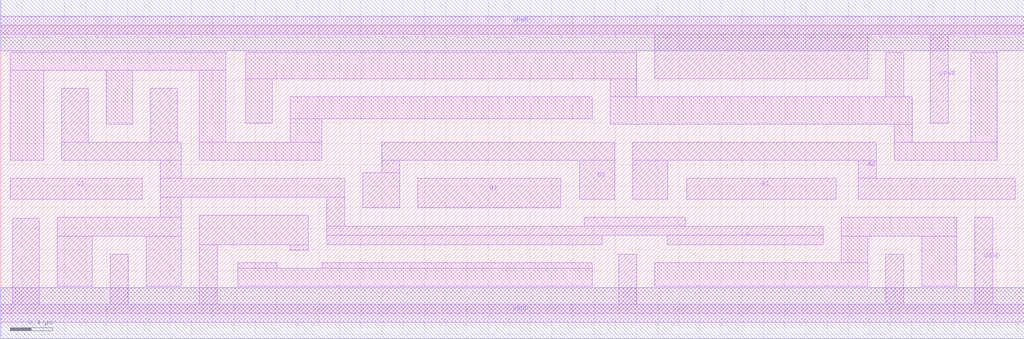
<source format=lef>
# Copyright 2020 The SkyWater PDK Authors
#
# Licensed under the Apache License, Version 2.0 (the "License");
# you may not use this file except in compliance with the License.
# You may obtain a copy of the License at
#
#     https://www.apache.org/licenses/LICENSE-2.0
#
# Unless required by applicable law or agreed to in writing, software
# distributed under the License is distributed on an "AS IS" BASIS,
# WITHOUT WARRANTIES OR CONDITIONS OF ANY KIND, either express or implied.
# See the License for the specific language governing permissions and
# limitations under the License.
#
# SPDX-License-Identifier: Apache-2.0

VERSION 5.5 ;
NAMESCASESENSITIVE ON ;
BUSBITCHARS "[]" ;
DIVIDERCHAR "/" ;
MACRO sky130_fd_sc_hd__a221oi_4
  CLASS CORE ;
  SOURCE USER ;
  ORIGIN  0.000000  0.000000 ;
  SIZE  9.660000 BY  2.720000 ;
  SYMMETRY X Y R90 ;
  SITE unithd ;
  PIN A1
    ANTENNAGATEAREA  0.990000 ;
    DIRECTION INPUT ;
    USE SIGNAL ;
    PORT
      LAYER li1 ;
        RECT 6.475000 1.075000 7.885000 1.275000 ;
    END
  END A1
  PIN A2
    ANTENNAGATEAREA  0.990000 ;
    DIRECTION INPUT ;
    USE SIGNAL ;
    PORT
      LAYER li1 ;
        RECT 5.965000 1.075000 6.295000 1.445000 ;
        RECT 5.965000 1.445000 8.265000 1.615000 ;
        RECT 8.095000 1.075000 9.575000 1.275000 ;
        RECT 8.095000 1.275000 8.265000 1.445000 ;
    END
  END A2
  PIN B1
    ANTENNAGATEAREA  0.990000 ;
    DIRECTION INPUT ;
    USE SIGNAL ;
    PORT
      LAYER li1 ;
        RECT 3.935000 0.995000 5.285000 1.275000 ;
    END
  END B1
  PIN B2
    ANTENNAGATEAREA  0.990000 ;
    DIRECTION INPUT ;
    USE SIGNAL ;
    PORT
      LAYER li1 ;
        RECT 3.415000 0.995000 3.765000 1.325000 ;
        RECT 3.595000 1.325000 3.765000 1.445000 ;
        RECT 3.595000 1.445000 5.795000 1.615000 ;
        RECT 5.465000 1.075000 5.795000 1.445000 ;
    END
  END B2
  PIN C1
    ANTENNAGATEAREA  0.990000 ;
    DIRECTION INPUT ;
    USE SIGNAL ;
    PORT
      LAYER li1 ;
        RECT 0.090000 1.075000 1.335000 1.275000 ;
    END
  END C1
  PIN Y
    ANTENNADIFFAREA  1.593000 ;
    DIRECTION OUTPUT ;
    USE SIGNAL ;
    PORT
      LAYER li1 ;
        RECT 0.535000 0.255000 0.865000 0.725000 ;
        RECT 0.535000 0.725000 1.705000 0.905000 ;
        RECT 0.575000 1.445000 1.705000 1.615000 ;
        RECT 0.575000 1.615000 0.825000 2.125000 ;
        RECT 1.375000 0.255000 1.705000 0.725000 ;
        RECT 1.415000 1.615000 1.665000 2.125000 ;
        RECT 1.505000 0.905000 1.705000 1.095000 ;
        RECT 1.505000 1.095000 3.245000 1.275000 ;
        RECT 1.505000 1.275000 1.705000 1.445000 ;
        RECT 3.075000 0.645000 5.680000 0.735000 ;
        RECT 3.075000 0.735000 7.765000 0.820000 ;
        RECT 3.075000 0.820000 3.245000 1.095000 ;
        RECT 5.510000 0.820000 6.460000 0.905000 ;
        RECT 6.290000 0.645000 7.765000 0.735000 ;
    END
  END Y
  PIN VGND
    DIRECTION INOUT ;
    SHAPE ABUTMENT ;
    USE GROUND ;
    PORT
      LAYER li1 ;
        RECT 0.000000 -0.085000 9.660000 0.085000 ;
        RECT 0.115000  0.085000 0.365000 0.895000 ;
        RECT 1.035000  0.085000 1.205000 0.555000 ;
        RECT 1.875000  0.085000 2.045000 0.645000 ;
        RECT 1.875000  0.645000 2.905000 0.925000 ;
        RECT 2.735000  0.595000 2.905000 0.645000 ;
        RECT 5.835000  0.085000 6.005000 0.555000 ;
        RECT 8.355000  0.085000 8.525000 0.555000 ;
        RECT 9.195000  0.085000 9.365000 0.905000 ;
    END
    PORT
      LAYER met1 ;
        RECT 0.000000 -0.240000 9.660000 0.240000 ;
    END
  END VGND
  PIN VNB
    DIRECTION INOUT ;
    USE GROUND ;
    PORT
    END
  END VNB
  PIN VPB
    DIRECTION INOUT ;
    USE POWER ;
    PORT
    END
  END VPB
  PIN VPWR
    DIRECTION INOUT ;
    SHAPE ABUTMENT ;
    USE POWER ;
    PORT
      LAYER li1 ;
        RECT 0.000000 2.635000 9.660000 2.805000 ;
        RECT 6.175000 2.215000 8.185000 2.635000 ;
        RECT 8.775000 1.795000 8.945000 2.635000 ;
    END
    PORT
      LAYER met1 ;
        RECT 0.000000 2.480000 9.660000 2.960000 ;
    END
  END VPWR
  OBS
    LAYER li1 ;
      RECT 0.090000 1.445000 0.405000 2.295000 ;
      RECT 0.090000 2.295000 2.125000 2.465000 ;
      RECT 0.995000 1.785000 1.245000 2.295000 ;
      RECT 1.875000 1.445000 3.030000 1.615000 ;
      RECT 1.875000 1.615000 2.125000 2.295000 ;
      RECT 2.235000 0.255000 5.585000 0.425000 ;
      RECT 2.235000 0.425000 2.610000 0.475000 ;
      RECT 2.315000 1.795000 2.565000 2.215000 ;
      RECT 2.315000 2.215000 6.005000 2.465000 ;
      RECT 2.735000 1.615000 3.030000 1.835000 ;
      RECT 2.735000 1.835000 5.585000 2.045000 ;
      RECT 3.035000 0.425000 5.585000 0.475000 ;
      RECT 5.755000 1.785000 8.605000 2.045000 ;
      RECT 5.755000 2.045000 6.005000 2.215000 ;
      RECT 6.175000 0.255000 8.185000 0.475000 ;
      RECT 7.935000 0.475000 8.185000 0.725000 ;
      RECT 7.935000 0.725000 9.025000 0.905000 ;
      RECT 8.355000 2.045000 8.525000 2.465000 ;
      RECT 8.435000 1.445000 9.405000 1.615000 ;
      RECT 8.435000 1.615000 8.605000 1.785000 ;
      RECT 8.695000 0.255000 9.025000 0.725000 ;
      RECT 9.155000 1.615000 9.405000 2.465000 ;
  END
END sky130_fd_sc_hd__a221oi_4
END LIBRARY

</source>
